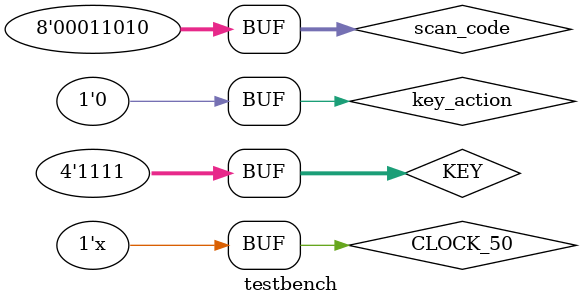
<source format=v>
`timescale 1ns / 1ns
`default_nettype none

module testbench ( );

	parameter CLOCK_PERIOD = 20;

    reg CLOCK_50 = 0;
	reg [9:0] SW;
    reg [3:0] KEY;
    wire [0:6] HEX5, HEX4, HEX3, HEX2, HEX1, HEX0;
	wire [9:0] LEDR;

    reg key_action = 0;
    reg [7:0] scan_code = 0;
    wire [2:0] ps2_lock_control;
    wire ps2_clk;
    wire ps2_dat;

	initial begin
        CLOCK_50 <= 1'b0;
	end // initial
	always @ (*)
	begin : Clock_Generator
		#((CLOCK_PERIOD) / 2) CLOCK_50 <= ~CLOCK_50;
	end

	initial begin
		KEY <= 4'hF; key_action <= 1'b0; scan_code <= 8'h00;
		#20 KEY[0] <= 1'b0; // reset
		#20 KEY[0] <= 1'b1; // done reset
		#20 key_action <= 1'b1; scan_code = 8'h1C;      // PS/2 keyboard A key
		#20 key_action <= 1'b1; scan_code = 8'hF0;      // PS/2 keyboard release
		#20 key_action <= 1'b0;
		#3200 key_action <= 1'b1; scan_code = 8'h1A;    // PS/2 keyboard Z key
		#20 key_action <= 1'b0;
	end // initial

	PS2_keyboard U1 (CLOCK_50, KEY[0], key_action, scan_code, ps2_clk, ps2_dat);

endmodule

</source>
